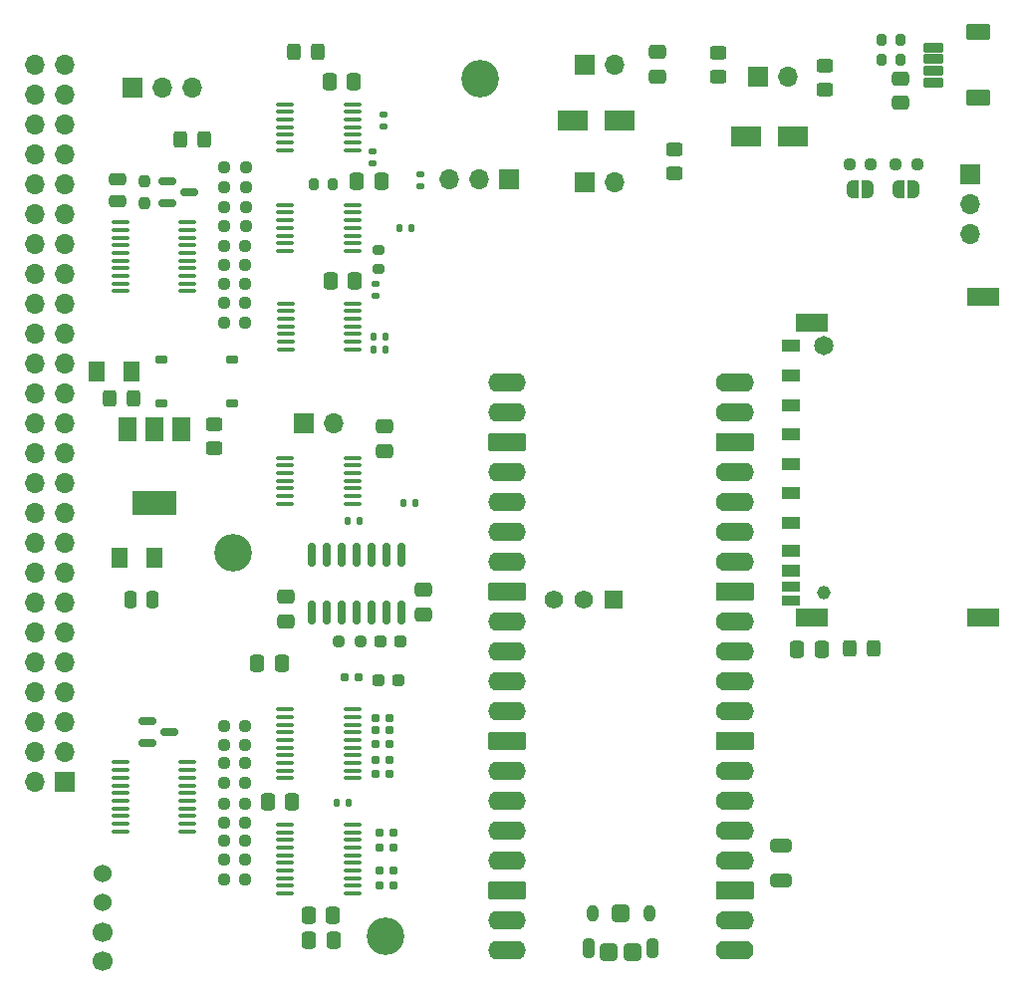
<source format=gbr>
%TF.GenerationSoftware,KiCad,Pcbnew,8.0.4-8.0.4-0~ubuntu22.04.1*%
%TF.CreationDate,2024-07-18T12:52:15-06:00*%
%TF.ProjectId,Desktop_50_Pin_TopConn,4465736b-746f-4705-9f35-305f50696e5f,rev?*%
%TF.SameCoordinates,Original*%
%TF.FileFunction,Soldermask,Top*%
%TF.FilePolarity,Negative*%
%FSLAX46Y46*%
G04 Gerber Fmt 4.6, Leading zero omitted, Abs format (unit mm)*
G04 Created by KiCad (PCBNEW 8.0.4-8.0.4-0~ubuntu22.04.1) date 2024-07-18 12:52:15*
%MOMM*%
%LPD*%
G01*
G04 APERTURE LIST*
G04 Aperture macros list*
%AMRoundRect*
0 Rectangle with rounded corners*
0 $1 Rounding radius*
0 $2 $3 $4 $5 $6 $7 $8 $9 X,Y pos of 4 corners*
0 Add a 4 corners polygon primitive as box body*
4,1,4,$2,$3,$4,$5,$6,$7,$8,$9,$2,$3,0*
0 Add four circle primitives for the rounded corners*
1,1,$1+$1,$2,$3*
1,1,$1+$1,$4,$5*
1,1,$1+$1,$6,$7*
1,1,$1+$1,$8,$9*
0 Add four rect primitives between the rounded corners*
20,1,$1+$1,$2,$3,$4,$5,0*
20,1,$1+$1,$4,$5,$6,$7,0*
20,1,$1+$1,$6,$7,$8,$9,0*
20,1,$1+$1,$8,$9,$2,$3,0*%
%AMFreePoly0*
4,1,19,0.500000,-0.750000,0.000000,-0.750000,0.000000,-0.744911,-0.071157,-0.744911,-0.207708,-0.704816,-0.327430,-0.627875,-0.420627,-0.520320,-0.479746,-0.390866,-0.500000,-0.250000,-0.500000,0.250000,-0.479746,0.390866,-0.420627,0.520320,-0.327430,0.627875,-0.207708,0.704816,-0.071157,0.744911,0.000000,0.744911,0.000000,0.750000,0.500000,0.750000,0.500000,-0.750000,0.500000,-0.750000,
$1*%
%AMFreePoly1*
4,1,19,0.000000,0.744911,0.071157,0.744911,0.207708,0.704816,0.327430,0.627875,0.420627,0.520320,0.479746,0.390866,0.500000,0.250000,0.500000,-0.250000,0.479746,-0.390866,0.420627,-0.520320,0.327430,-0.627875,0.207708,-0.704816,0.071157,-0.744911,0.000000,-0.744911,0.000000,-0.750000,-0.500000,-0.750000,-0.500000,0.750000,0.000000,0.750000,0.000000,0.744911,0.000000,0.744911,
$1*%
%AMFreePoly2*
4,1,26,1.935306,0.780194,1.989950,0.741421,2.341421,0.389950,2.388777,0.314585,2.400000,0.248529,2.400000,-0.248529,2.380194,-0.335306,2.341421,-0.389950,1.989950,-0.741421,1.914585,-0.788777,1.848529,-0.800000,0.000000,-0.800000,-0.248529,-0.800000,-0.335306,-0.780194,-0.389950,-0.741421,-0.741421,-0.389950,-0.788777,-0.314585,-0.800000,-0.248529,-0.800000,0.248529,-0.780194,0.335306,
-0.741421,0.389950,-0.389950,0.741421,-0.314585,0.788777,-0.248529,0.800000,1.848529,0.800000,1.935306,0.780194,1.935306,0.780194,$1*%
%AMFreePoly3*
4,1,26,0.335306,0.780194,0.389950,0.741421,0.741421,0.389950,0.788777,0.314585,0.800000,0.248529,0.800000,-0.248529,0.780194,-0.335306,0.741421,-0.389950,0.389950,-0.741421,0.314585,-0.788777,0.248529,-0.800000,0.000000,-0.800000,-0.248529,-0.800000,-0.335306,-0.780194,-0.389950,-0.741421,-0.741421,-0.389950,-0.788777,-0.314585,-0.800000,-0.248529,-0.800000,0.248529,-0.780194,0.335306,
-0.741421,0.389950,-0.389950,0.741421,-0.314585,0.788777,-0.248529,0.800000,0.248529,0.800000,0.335306,0.780194,0.335306,0.780194,$1*%
G04 Aperture macros list end*
%ADD10C,1.700000*%
%ADD11C,1.524000*%
%ADD12RoundRect,0.250001X0.462499X0.624999X-0.462499X0.624999X-0.462499X-0.624999X0.462499X-0.624999X0*%
%ADD13R,1.500000X2.000000*%
%ADD14R,3.800000X2.000000*%
%ADD15RoundRect,0.250000X-0.450000X0.325000X-0.450000X-0.325000X0.450000X-0.325000X0.450000X0.325000X0*%
%ADD16RoundRect,0.250000X0.325000X0.450000X-0.325000X0.450000X-0.325000X-0.450000X0.325000X-0.450000X0*%
%ADD17RoundRect,0.250000X0.450000X-0.325000X0.450000X0.325000X-0.450000X0.325000X-0.450000X-0.325000X0*%
%ADD18RoundRect,0.250000X-0.325000X-0.450000X0.325000X-0.450000X0.325000X0.450000X-0.325000X0.450000X0*%
%ADD19C,1.150000*%
%ADD20C,1.650000*%
%ADD21R,1.500000X0.960000*%
%ADD22R,1.500000X1.100000*%
%ADD23R,2.800000X1.500000*%
%ADD24R,2.500000X1.800000*%
%ADD25R,1.700000X1.700000*%
%ADD26O,1.700000X1.700000*%
%ADD27RoundRect,0.160000X0.197500X0.160000X-0.197500X0.160000X-0.197500X-0.160000X0.197500X-0.160000X0*%
%ADD28RoundRect,0.237500X-0.250000X-0.237500X0.250000X-0.237500X0.250000X0.237500X-0.250000X0.237500X0*%
%ADD29FreePoly0,0.000000*%
%ADD30FreePoly1,0.000000*%
%ADD31RoundRect,0.135000X0.185000X-0.135000X0.185000X0.135000X-0.185000X0.135000X-0.185000X-0.135000X0*%
%ADD32RoundRect,0.160000X-0.197500X-0.160000X0.197500X-0.160000X0.197500X0.160000X-0.197500X0.160000X0*%
%ADD33RoundRect,0.150000X-0.587500X-0.150000X0.587500X-0.150000X0.587500X0.150000X-0.587500X0.150000X0*%
%ADD34RoundRect,0.250000X0.250000X0.475000X-0.250000X0.475000X-0.250000X-0.475000X0.250000X-0.475000X0*%
%ADD35RoundRect,0.200000X0.200000X0.275000X-0.200000X0.275000X-0.200000X-0.275000X0.200000X-0.275000X0*%
%ADD36RoundRect,0.135000X0.135000X0.185000X-0.135000X0.185000X-0.135000X-0.185000X0.135000X-0.185000X0*%
%ADD37RoundRect,0.250000X0.475000X-0.337500X0.475000X0.337500X-0.475000X0.337500X-0.475000X-0.337500X0*%
%ADD38RoundRect,0.100000X-0.637500X-0.100000X0.637500X-0.100000X0.637500X0.100000X-0.637500X0.100000X0*%
%ADD39RoundRect,0.250000X-0.337500X-0.475000X0.337500X-0.475000X0.337500X0.475000X-0.337500X0.475000X0*%
%ADD40RoundRect,0.100000X0.637500X0.100000X-0.637500X0.100000X-0.637500X-0.100000X0.637500X-0.100000X0*%
%ADD41RoundRect,0.250000X0.337500X0.475000X-0.337500X0.475000X-0.337500X-0.475000X0.337500X-0.475000X0*%
%ADD42RoundRect,0.250000X-0.475000X0.337500X-0.475000X-0.337500X0.475000X-0.337500X0.475000X0.337500X0*%
%ADD43C,3.200000*%
%ADD44RoundRect,0.250000X-0.650000X0.325000X-0.650000X-0.325000X0.650000X-0.325000X0.650000X0.325000X0*%
%ADD45FreePoly0,180.000000*%
%ADD46FreePoly1,180.000000*%
%ADD47RoundRect,0.200000X-0.275000X0.200000X-0.275000X-0.200000X0.275000X-0.200000X0.275000X0.200000X0*%
%ADD48RoundRect,0.250000X0.475000X-0.250000X0.475000X0.250000X-0.475000X0.250000X-0.475000X-0.250000X0*%
%ADD49RoundRect,0.237500X0.287500X0.237500X-0.287500X0.237500X-0.287500X-0.237500X0.287500X-0.237500X0*%
%ADD50RoundRect,0.187500X0.312500X0.187500X-0.312500X0.187500X-0.312500X-0.187500X0.312500X-0.187500X0*%
%ADD51RoundRect,0.237500X-0.237500X0.250000X-0.237500X-0.250000X0.237500X-0.250000X0.237500X0.250000X0*%
%ADD52RoundRect,0.150000X-0.150000X0.825000X-0.150000X-0.825000X0.150000X-0.825000X0.150000X0.825000X0*%
%ADD53RoundRect,0.200000X-0.200000X-0.275000X0.200000X-0.275000X0.200000X0.275000X-0.200000X0.275000X0*%
%ADD54RoundRect,0.102000X0.775000X-0.300000X0.775000X0.300000X-0.775000X0.300000X-0.775000X-0.300000X0*%
%ADD55RoundRect,0.102000X-0.900000X0.600000X-0.900000X-0.600000X0.900000X-0.600000X0.900000X0.600000X0*%
%ADD56RoundRect,0.135000X-0.135000X-0.185000X0.135000X-0.185000X0.135000X0.185000X-0.135000X0.185000X0*%
%ADD57O,1.100000X1.800000*%
%ADD58O,1.050000X1.450000*%
%ADD59FreePoly2,180.000000*%
%ADD60FreePoly3,180.000000*%
%ADD61O,3.200000X1.600000*%
%ADD62C,1.600000*%
%ADD63RoundRect,0.200000X1.400000X0.600000X-1.400000X0.600000X-1.400000X-0.600000X1.400000X-0.600000X0*%
%ADD64RoundRect,0.200000X0.600000X0.600000X-0.600000X0.600000X-0.600000X-0.600000X0.600000X-0.600000X0*%
%ADD65R,1.574800X1.574800*%
%ADD66C,1.574800*%
%ADD67RoundRect,0.300000X0.450000X0.450000X-0.450000X0.450000X-0.450000X-0.450000X0.450000X-0.450000X0*%
%ADD68RoundRect,0.237500X0.250000X0.237500X-0.250000X0.237500X-0.250000X-0.237500X0.250000X-0.237500X0*%
G04 APERTURE END LIST*
D10*
%TO.C,J3*%
X112062500Y-144765400D03*
X112062500Y-142265400D03*
D11*
X112062500Y-139765400D03*
X112062500Y-137265400D03*
%TD*%
D12*
%TO.C,C3*%
X114568300Y-94615000D03*
X111593300Y-94615000D03*
%TD*%
%TO.C,C4*%
X116507700Y-110439200D03*
X113532700Y-110439200D03*
%TD*%
D13*
%TO.C,U3*%
X118784400Y-99516800D03*
X116484400Y-99516800D03*
D14*
X116484400Y-105816800D03*
D13*
X114184400Y-99516800D03*
%TD*%
D15*
%TO.C,C7*%
X160680400Y-75726200D03*
X160680400Y-77776200D03*
%TD*%
D16*
%TO.C,C1*%
X120728100Y-74904600D03*
X118678100Y-74904600D03*
%TD*%
%TO.C,C2*%
X114715400Y-96875600D03*
X112665400Y-96875600D03*
%TD*%
D17*
%TO.C,C5*%
X121539000Y-101160800D03*
X121539000Y-99110800D03*
%TD*%
%TO.C,C6*%
X164388800Y-69554200D03*
X164388800Y-67504200D03*
%TD*%
D18*
%TO.C,C12*%
X175572200Y-118160800D03*
X177622200Y-118160800D03*
%TD*%
D19*
%TO.C,SD1*%
X173391480Y-113415780D03*
D20*
X173391480Y-92415780D03*
D21*
X170591480Y-114095780D03*
X170591480Y-112895780D03*
D22*
X170591480Y-111595780D03*
X170591480Y-109895780D03*
X170591480Y-107465780D03*
X170591480Y-104965780D03*
X170591480Y-102465780D03*
X170591480Y-99965780D03*
X170591480Y-97465780D03*
X170591480Y-94965780D03*
X170591480Y-92465780D03*
D23*
X172391480Y-115555780D03*
X172391480Y-90455780D03*
X186891480Y-115555780D03*
X186891480Y-88255780D03*
%TD*%
D24*
%TO.C,D1*%
X170732200Y-74676000D03*
X166732200Y-74676000D03*
%TD*%
%TO.C,D2*%
X152044400Y-73322200D03*
X156044400Y-73322200D03*
%TD*%
D25*
%TO.C,J1*%
X114604800Y-70459600D03*
D26*
X117144800Y-70459600D03*
X119684800Y-70459600D03*
%TD*%
D27*
%TO.C,R42*%
X136825400Y-138339400D03*
X135630400Y-138339400D03*
%TD*%
D28*
%TO.C,R56*%
X132160000Y-117576600D03*
X133985000Y-117576600D03*
%TD*%
D29*
%TO.C,JP2*%
X179713500Y-79171800D03*
D30*
X181013500Y-79171800D03*
%TD*%
D31*
%TO.C,R66*%
X135255000Y-88190800D03*
X135255000Y-87170800D03*
%TD*%
D32*
%TO.C,R30*%
X132612200Y-120599200D03*
X133807200Y-120599200D03*
%TD*%
D33*
%TO.C,Q1*%
X117551200Y-78460600D03*
X117551200Y-80360600D03*
X119426200Y-79410600D03*
%TD*%
D28*
%TO.C,R39*%
X122375300Y-132943600D03*
X124200300Y-132943600D03*
%TD*%
D34*
%TO.C,C17*%
X116300400Y-114020600D03*
X114400400Y-114020600D03*
%TD*%
D27*
%TO.C,R16*%
X136450000Y-128828800D03*
X135255000Y-128828800D03*
%TD*%
D28*
%TO.C,R4*%
X122379100Y-87172800D03*
X124204100Y-87172800D03*
%TD*%
D35*
%TO.C,R24*%
X179908200Y-68097400D03*
X178258200Y-68097400D03*
%TD*%
D36*
%TO.C,R67*%
X133883400Y-107289600D03*
X132863400Y-107289600D03*
%TD*%
D25*
%TO.C,J2*%
X108813600Y-129484200D03*
D26*
X106273600Y-129484200D03*
X108813600Y-126944200D03*
X106273600Y-126944200D03*
X108813600Y-124404200D03*
X106273600Y-124404200D03*
X108813600Y-121864200D03*
X106273600Y-121864200D03*
X108813600Y-119324200D03*
X106273600Y-119324200D03*
X108813600Y-116784200D03*
X106273600Y-116784200D03*
X108813600Y-114244200D03*
X106273600Y-114244200D03*
X108813600Y-111704200D03*
X106273600Y-111704200D03*
X108813600Y-109164200D03*
X106273600Y-109164200D03*
X108813600Y-106624200D03*
X106273600Y-106624200D03*
X108813600Y-104084200D03*
X106273600Y-104084200D03*
X108813600Y-101544200D03*
X106273600Y-101544200D03*
X108813600Y-99004200D03*
X106273600Y-99004200D03*
X108813600Y-96464200D03*
X106273600Y-96464200D03*
X108813600Y-93924200D03*
X106273600Y-93924200D03*
X108813600Y-91384200D03*
X106273600Y-91384200D03*
X108813600Y-88844200D03*
X106273600Y-88844200D03*
X108813600Y-86304200D03*
X106273600Y-86304200D03*
X108813600Y-83764200D03*
X106273600Y-83764200D03*
X108813600Y-81224200D03*
X106273600Y-81224200D03*
X108813600Y-78684200D03*
X106273600Y-78684200D03*
X108813600Y-76144200D03*
X106273600Y-76144200D03*
X108813600Y-73604200D03*
X106273600Y-73604200D03*
X108813600Y-71064200D03*
X106273600Y-71064200D03*
X108813600Y-68524200D03*
X106273600Y-68524200D03*
%TD*%
D37*
%TO.C,C16*%
X159258000Y-69537400D03*
X159258000Y-67462400D03*
%TD*%
D28*
%TO.C,R33*%
X122375300Y-127939800D03*
X124200300Y-127939800D03*
%TD*%
D38*
%TO.C,U5*%
X113573000Y-81961800D03*
X113573000Y-82611800D03*
X113573000Y-83261800D03*
X113573000Y-83911800D03*
X113573000Y-84561800D03*
X113573000Y-85211800D03*
X113573000Y-85861800D03*
X113573000Y-86511800D03*
X113573000Y-87161800D03*
X113573000Y-87811800D03*
X119298000Y-87811800D03*
X119298000Y-87161800D03*
X119298000Y-86511800D03*
X119298000Y-85861800D03*
X119298000Y-85211800D03*
X119298000Y-84561800D03*
X119298000Y-83911800D03*
X119298000Y-83261800D03*
X119298000Y-82611800D03*
X119298000Y-81961800D03*
%TD*%
D28*
%TO.C,R36*%
X122379100Y-137795000D03*
X124204100Y-137795000D03*
%TD*%
%TO.C,R5*%
X122379100Y-85547200D03*
X124204100Y-85547200D03*
%TD*%
D38*
%TO.C,U14*%
X127591900Y-80473000D03*
X127591900Y-81123000D03*
X127591900Y-81773000D03*
X127591900Y-82423000D03*
X127591900Y-83073000D03*
X127591900Y-83723000D03*
X127591900Y-84373000D03*
X133316900Y-84373000D03*
X133316900Y-83723000D03*
X133316900Y-83073000D03*
X133316900Y-82423000D03*
X133316900Y-81773000D03*
X133316900Y-81123000D03*
X133316900Y-80473000D03*
%TD*%
D28*
%TO.C,R35*%
X122377200Y-124790200D03*
X124202200Y-124790200D03*
%TD*%
%TO.C,R1*%
X122379100Y-129616200D03*
X124204100Y-129616200D03*
%TD*%
D39*
%TO.C,C8*%
X129573100Y-140828600D03*
X131648100Y-140828600D03*
%TD*%
D28*
%TO.C,R38*%
X122379100Y-134518400D03*
X124204100Y-134518400D03*
%TD*%
D25*
%TO.C,J5*%
X185775600Y-77851000D03*
D26*
X185775600Y-80391000D03*
X185775600Y-82931000D03*
%TD*%
D25*
%TO.C,J11*%
X129209800Y-99060000D03*
D26*
X131749800Y-99060000D03*
%TD*%
D27*
%TO.C,R17*%
X136787900Y-133818200D03*
X135592900Y-133818200D03*
%TD*%
D28*
%TO.C,R9*%
X122431800Y-82245200D03*
X124256800Y-82245200D03*
%TD*%
D27*
%TO.C,R13*%
X136475400Y-125145800D03*
X135280400Y-125145800D03*
%TD*%
D17*
%TO.C,F3*%
X173431200Y-70662800D03*
X173431200Y-68612800D03*
%TD*%
D28*
%TO.C,R40*%
X122373400Y-131343400D03*
X124198400Y-131343400D03*
%TD*%
%TO.C,R59*%
X179503700Y-76987400D03*
X181328700Y-76987400D03*
%TD*%
D40*
%TO.C,U4*%
X133316900Y-139003800D03*
X133316900Y-138353800D03*
X133316900Y-137703800D03*
X133316900Y-137053800D03*
X133316900Y-136403800D03*
X133316900Y-135753800D03*
X133316900Y-135103800D03*
X133316900Y-134453800D03*
X133316900Y-133803800D03*
X133316900Y-133153800D03*
X127591900Y-133153800D03*
X127591900Y-133803800D03*
X127591900Y-134453800D03*
X127591900Y-135103800D03*
X127591900Y-135753800D03*
X127591900Y-136403800D03*
X127591900Y-137053800D03*
X127591900Y-137703800D03*
X127591900Y-138353800D03*
X127591900Y-139003800D03*
%TD*%
D27*
%TO.C,R18*%
X136787900Y-135062800D03*
X135592900Y-135062800D03*
%TD*%
D38*
%TO.C,U6*%
X113573000Y-127859600D03*
X113573000Y-128509600D03*
X113573000Y-129159600D03*
X113573000Y-129809600D03*
X113573000Y-130459600D03*
X113573000Y-131109600D03*
X113573000Y-131759600D03*
X113573000Y-132409600D03*
X113573000Y-133059600D03*
X113573000Y-133709600D03*
X119298000Y-133709600D03*
X119298000Y-133059600D03*
X119298000Y-132409600D03*
X119298000Y-131759600D03*
X119298000Y-131109600D03*
X119298000Y-130459600D03*
X119298000Y-129809600D03*
X119298000Y-129159600D03*
X119298000Y-128509600D03*
X119298000Y-127859600D03*
%TD*%
%TO.C,U13*%
X127564500Y-71913200D03*
X127564500Y-72563200D03*
X127564500Y-73213200D03*
X127564500Y-73863200D03*
X127564500Y-74513200D03*
X127564500Y-75163200D03*
X127564500Y-75813200D03*
X133289500Y-75813200D03*
X133289500Y-75163200D03*
X133289500Y-74513200D03*
X133289500Y-73863200D03*
X133289500Y-73213200D03*
X133289500Y-72563200D03*
X133289500Y-71913200D03*
%TD*%
D39*
%TO.C,C15*%
X125229800Y-119456200D03*
X127304800Y-119456200D03*
%TD*%
%TO.C,C19*%
X131372700Y-70002400D03*
X133447700Y-70002400D03*
%TD*%
D31*
%TO.C,R11*%
X139115800Y-78919800D03*
X139115800Y-77899800D03*
%TD*%
D25*
%TO.C,J9*%
X153060400Y-78580000D03*
D26*
X155600400Y-78580000D03*
%TD*%
D41*
%TO.C,C14*%
X135753200Y-78486000D03*
X133678200Y-78486000D03*
%TD*%
D36*
%TO.C,R69*%
X136130400Y-92745200D03*
X135110400Y-92745200D03*
%TD*%
D38*
%TO.C,U16*%
X127591900Y-101961400D03*
X127591900Y-102611400D03*
X127591900Y-103261400D03*
X127591900Y-103911400D03*
X127591900Y-104561400D03*
X127591900Y-105211400D03*
X127591900Y-105861400D03*
X133316900Y-105861400D03*
X133316900Y-105211400D03*
X133316900Y-104561400D03*
X133316900Y-103911400D03*
X133316900Y-103261400D03*
X133316900Y-102611400D03*
X133316900Y-101961400D03*
%TD*%
D42*
%TO.C,C20*%
X139369800Y-113186300D03*
X139369800Y-115261300D03*
%TD*%
D43*
%TO.C,H3*%
X136093200Y-142646400D03*
%TD*%
D33*
%TO.C,Q2*%
X115853600Y-124322800D03*
X115853600Y-126222800D03*
X117728600Y-125272800D03*
%TD*%
D28*
%TO.C,R3*%
X122381000Y-88798400D03*
X124206000Y-88798400D03*
%TD*%
D27*
%TO.C,R15*%
X136450000Y-127635000D03*
X135255000Y-127635000D03*
%TD*%
D43*
%TO.C,H1*%
X123139200Y-110032800D03*
%TD*%
D44*
%TO.C,C23*%
X169697400Y-134924800D03*
X169697400Y-137874800D03*
%TD*%
D45*
%TO.C,JP1*%
X177112300Y-79121000D03*
D46*
X175812300Y-79121000D03*
%TD*%
D37*
%TO.C,C22*%
X179908200Y-71798000D03*
X179908200Y-69723000D03*
%TD*%
D47*
%TO.C,R22*%
X135509000Y-84265000D03*
X135509000Y-85915000D03*
%TD*%
D28*
%TO.C,R7*%
X122429900Y-78943200D03*
X124254900Y-78943200D03*
%TD*%
D25*
%TO.C,J8*%
X153060400Y-68580000D03*
D26*
X155600400Y-68580000D03*
%TD*%
D28*
%TO.C,R8*%
X122431800Y-80619600D03*
X124256800Y-80619600D03*
%TD*%
%TO.C,R2*%
X122377200Y-90449400D03*
X124202200Y-90449400D03*
%TD*%
D48*
%TO.C,C18*%
X113362100Y-80162400D03*
X113362100Y-78262400D03*
%TD*%
D27*
%TO.C,R12*%
X136475400Y-124053600D03*
X135280400Y-124053600D03*
%TD*%
D36*
%TO.C,R25*%
X132996400Y-131267200D03*
X131976400Y-131267200D03*
%TD*%
D27*
%TO.C,R19*%
X136800000Y-137069400D03*
X135605000Y-137069400D03*
%TD*%
D39*
%TO.C,C10*%
X129602400Y-142962200D03*
X131677400Y-142962200D03*
%TD*%
D38*
%TO.C,U15*%
X127627100Y-88839400D03*
X127627100Y-89489400D03*
X127627100Y-90139400D03*
X127627100Y-90789400D03*
X127627100Y-91439400D03*
X127627100Y-92089400D03*
X127627100Y-92739400D03*
X133352100Y-92739400D03*
X133352100Y-92089400D03*
X133352100Y-91439400D03*
X133352100Y-90789400D03*
X133352100Y-90139400D03*
X133352100Y-89489400D03*
X133352100Y-88839400D03*
%TD*%
D49*
%TO.C,D4*%
X137411400Y-117602000D03*
X135661400Y-117602000D03*
%TD*%
D42*
%TO.C,C9*%
X135991600Y-99292500D03*
X135991600Y-101367500D03*
%TD*%
D31*
%TO.C,R68*%
X135051800Y-76913200D03*
X135051800Y-75893200D03*
%TD*%
D28*
%TO.C,R10*%
X122381000Y-83921600D03*
X124206000Y-83921600D03*
%TD*%
%TO.C,R34*%
X122377200Y-126339600D03*
X124202200Y-126339600D03*
%TD*%
D49*
%TO.C,D3*%
X137247600Y-120853200D03*
X135497600Y-120853200D03*
%TD*%
D31*
%TO.C,R65*%
X135940800Y-73841800D03*
X135940800Y-72821800D03*
%TD*%
D25*
%TO.C,J7*%
X167767000Y-69545200D03*
D26*
X170307000Y-69545200D03*
%TD*%
D28*
%TO.C,R37*%
X122379100Y-136118600D03*
X124204100Y-136118600D03*
%TD*%
D50*
%TO.C,SW1*%
X123040400Y-97370500D03*
X117040400Y-97370500D03*
X123040400Y-93620500D03*
X117040400Y-93620500D03*
%TD*%
D16*
%TO.C,F2*%
X130345400Y-67411600D03*
X128295400Y-67411600D03*
%TD*%
D25*
%TO.C,J10*%
X146634200Y-78257400D03*
D26*
X144094200Y-78257400D03*
X141554200Y-78257400D03*
%TD*%
D51*
%TO.C,R41*%
X115620800Y-78486000D03*
X115620800Y-80311000D03*
%TD*%
D41*
%TO.C,C24*%
X173177200Y-118287800D03*
X171102200Y-118287800D03*
%TD*%
D52*
%TO.C,U8*%
X137439400Y-110199400D03*
X136169400Y-110199400D03*
X134899400Y-110199400D03*
X133629400Y-110199400D03*
X132359400Y-110199400D03*
X131089400Y-110199400D03*
X129819400Y-110199400D03*
X129819400Y-115149400D03*
X131089400Y-115149400D03*
X132359400Y-115149400D03*
X133629400Y-115149400D03*
X134899400Y-115149400D03*
X136169400Y-115149400D03*
X137439400Y-115149400D03*
%TD*%
D53*
%TO.C,R23*%
X130010400Y-78740000D03*
X131660400Y-78740000D03*
%TD*%
D54*
%TO.C,J6*%
X182658000Y-70080000D03*
X182658000Y-69080000D03*
X182658000Y-68080000D03*
X182658000Y-67080000D03*
D55*
X186533000Y-71380000D03*
X186533000Y-65780000D03*
%TD*%
D53*
%TO.C,R26*%
X178258200Y-66395600D03*
X179908200Y-66395600D03*
%TD*%
D56*
%TO.C,R29*%
X137668000Y-105841800D03*
X138688000Y-105841800D03*
%TD*%
D27*
%TO.C,R14*%
X136475400Y-126263400D03*
X135280400Y-126263400D03*
%TD*%
D57*
%TO.C,RP1*%
X158840938Y-143680800D03*
D58*
X158540938Y-140650800D03*
X153690938Y-140650800D03*
D57*
X153390938Y-143680800D03*
D59*
X166605938Y-143810800D03*
D60*
X165005938Y-143810800D03*
D61*
X165805938Y-141270800D03*
D62*
X165005938Y-141270800D03*
D63*
X165805938Y-138730800D03*
D64*
X165005938Y-138730800D03*
D61*
X165805938Y-136190800D03*
D62*
X165005938Y-136190800D03*
D61*
X165805938Y-133650800D03*
D62*
X165005938Y-133650800D03*
D61*
X165805938Y-131110800D03*
D62*
X165005938Y-131110800D03*
D61*
X165805938Y-128570800D03*
D62*
X165005938Y-128570800D03*
D63*
X165805938Y-126030800D03*
D64*
X165005938Y-126030800D03*
D61*
X165805938Y-123490800D03*
D62*
X165005938Y-123490800D03*
D61*
X165805938Y-120950800D03*
D62*
X165005938Y-120950800D03*
D61*
X165805938Y-118410800D03*
D62*
X165005938Y-118410800D03*
D61*
X165805938Y-115870800D03*
D62*
X165005938Y-115870800D03*
D63*
X165805938Y-113330800D03*
D64*
X165005938Y-113330800D03*
D61*
X165805938Y-110790800D03*
D62*
X165005938Y-110790800D03*
D61*
X165805938Y-108250800D03*
D62*
X165005938Y-108250800D03*
D61*
X165805938Y-105710800D03*
D62*
X165005938Y-105710800D03*
D61*
X165805938Y-103170800D03*
D62*
X165005938Y-103170800D03*
D63*
X165805938Y-100630800D03*
D64*
X165005938Y-100630800D03*
D61*
X165805938Y-98090800D03*
D62*
X165005938Y-98090800D03*
D61*
X165805938Y-95550800D03*
D62*
X165005938Y-95550800D03*
X147225938Y-95550800D03*
D61*
X146425938Y-95550800D03*
D62*
X147225938Y-98090800D03*
D61*
X146425938Y-98090800D03*
D64*
X147225938Y-100630800D03*
D63*
X146425938Y-100630800D03*
D62*
X147225938Y-103170800D03*
D61*
X146425938Y-103170800D03*
D62*
X147225938Y-105710800D03*
D61*
X146425938Y-105710800D03*
D62*
X147225938Y-108250800D03*
D61*
X146425938Y-108250800D03*
D62*
X147225938Y-110790800D03*
D61*
X146425938Y-110790800D03*
D64*
X147225938Y-113330800D03*
D63*
X146425938Y-113330800D03*
D62*
X147225938Y-115870800D03*
D61*
X146425938Y-115870800D03*
D62*
X147225938Y-118410800D03*
D61*
X146425938Y-118410800D03*
D62*
X147225938Y-120950800D03*
D61*
X146425938Y-120950800D03*
D62*
X147225938Y-123490800D03*
D61*
X146425938Y-123490800D03*
D64*
X147225938Y-126030800D03*
D63*
X146425938Y-126030800D03*
D62*
X147225938Y-128570800D03*
D61*
X146425938Y-128570800D03*
D62*
X147225938Y-131110800D03*
D61*
X146425938Y-131110800D03*
D62*
X147225938Y-133650800D03*
D61*
X146425938Y-133650800D03*
D62*
X147225938Y-136190800D03*
D61*
X146425938Y-136190800D03*
D64*
X147225938Y-138730800D03*
D63*
X146425938Y-138730800D03*
D62*
X147225938Y-141270800D03*
D61*
X146425938Y-141270800D03*
D62*
X147225938Y-143810800D03*
D61*
X146425938Y-143810800D03*
D65*
X155531738Y-113980800D03*
D66*
X152991738Y-113980800D03*
X150451738Y-113980800D03*
D67*
X156115938Y-140680800D03*
X155115938Y-143980800D03*
X157115938Y-143980800D03*
%TD*%
D40*
%TO.C,U9*%
X133316900Y-129213800D03*
X133316900Y-128563800D03*
X133316900Y-127913800D03*
X133316900Y-127263800D03*
X133316900Y-126613800D03*
X133316900Y-125963800D03*
X133316900Y-125313800D03*
X133316900Y-124663800D03*
X133316900Y-124013800D03*
X133316900Y-123363800D03*
X127591900Y-123363800D03*
X127591900Y-124013800D03*
X127591900Y-124663800D03*
X127591900Y-125313800D03*
X127591900Y-125963800D03*
X127591900Y-126613800D03*
X127591900Y-127263800D03*
X127591900Y-127913800D03*
X127591900Y-128563800D03*
X127591900Y-129213800D03*
%TD*%
D68*
%TO.C,R58*%
X177362500Y-76987400D03*
X175537500Y-76987400D03*
%TD*%
D28*
%TO.C,R6*%
X122429900Y-77266800D03*
X124254900Y-77266800D03*
%TD*%
D56*
%TO.C,R28*%
X137335800Y-82423000D03*
X138355800Y-82423000D03*
%TD*%
%TO.C,R61*%
X135110400Y-91627600D03*
X136130400Y-91627600D03*
%TD*%
D41*
%TO.C,C11*%
X128193800Y-131216400D03*
X126118800Y-131216400D03*
%TD*%
D42*
%TO.C,C21*%
X127635000Y-113795900D03*
X127635000Y-115870900D03*
%TD*%
D39*
%TO.C,C13*%
X131445000Y-86944200D03*
X133520000Y-86944200D03*
%TD*%
D43*
%TO.C,H2*%
X144170400Y-69697600D03*
%TD*%
M02*

</source>
